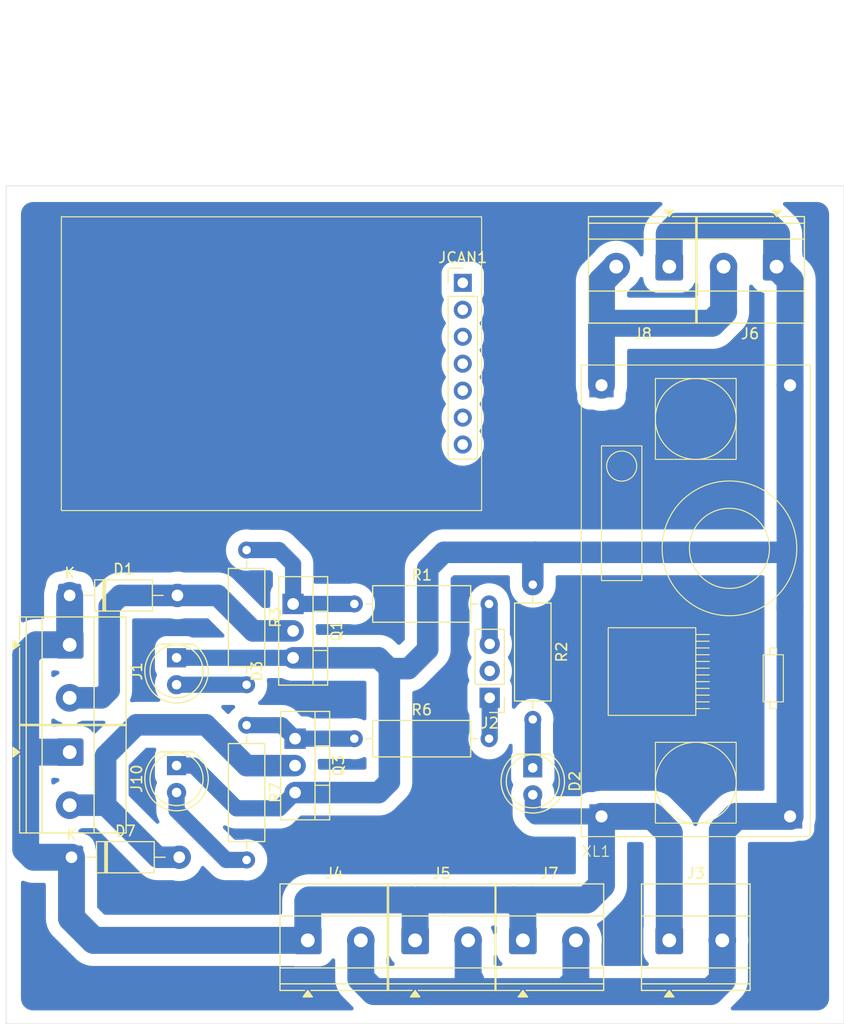
<source format=kicad_pcb>
(kicad_pcb (version 20241229) (generator "pcbnew") (generator_version "9.0")
  (layers (0 "F.Cu" signal) (2 "B.Cu" signal) (13 "F.Paste" user) (15 "B.Paste" user) (5 "F.SilkS" user "F.Silkscreen") (7 "B.SilkS" user "B.Silkscreen") (1 "F.Mask" user) (3 "B.Mask" user) (25 "Edge.Cuts" user))
  (net 0 "")
  (net 1 "/GP2")
  (net 2 "/GP9")
  (net 3 "/GND")
  (net 4 "/GP3")
  (net 5 "/3V3")
  (net 6 "/GP11")
  (net 7 "/GP10")
  (net 8 "/GP1")
  (net 9 "/GP25")
  (net 10 "/GP8")
  (net 11 "/12V")
  (net 12 "/5V_IN")
  (net 13 "Net-(D2-K)")
  (net 14 "Net-(D1-A)")
  (net 15 "Net-(D3-A)")
  (net 16 "Net-(D6-A)")
  (net 17 "Net-(D7-A)")
  (net 18 "Net-(Q1-G)")
  (net 19 "Net-(Q3-G)")
  (footprint "Resistor_THT:R_Axial_DIN0309_L9.0mm_D3.2mm_P12.70mm_Horizontal" (layer "F.Cu") (at 125.41525 107.736 -90)
    (property "Reference" "R7" (at 6.35 -2.72 90) (layer "F.SilkS"))
    (property "Value" "330")
    (fp_line (start 1.04 0) (end 1.73 0) (stroke (width 0.12)) (layer "F.SilkS"))
    (fp_line (start 11.66 0) (end 10.97 0) (stroke (width 0.12)) (layer "F.SilkS"))
    (fp_rect (start 1.73 -1.72) (end 10.97 1.72) (stroke (width 0.12)) (fill no) (layer "F.SilkS"))
    (pad "1" thru_hole circle (at 0 0 270) (size 1.6 1.6) (drill 0.8) (layers "*.Cu" "*.Mask") (net 19 "Net-(Q3-G)"))
    (pad "2" thru_hole circle (at 12.7 0 270) (size 1.6 1.6) (drill 0.8) (layers "*.Cu" "*.Mask") (net 16 "Net-(D6-A)"))
  )
  (footprint "Resistor_THT:R_Axial_DIN0309_L9.0mm_D3.2mm_P12.70mm_Horizontal" (layer "F.Cu") (at 152.4 94.488 -90)
    (property "Reference" "R2" (at 6.35 -2.72 90) (layer "F.SilkS"))
    (property "Value" "1K")
    (fp_line (start 1.04 0) (end 1.73 0) (stroke (width 0.12)) (layer "F.SilkS"))
    (fp_line (start 11.66 0) (end 10.97 0) (stroke (width 0.12)) (layer "F.SilkS"))
    (fp_rect (start 1.73 -1.72) (end 10.97 1.72) (stroke (width 0.12)) (fill no) (layer "F.SilkS"))
    (pad "1" thru_hole circle (at 0 0 270) (size 1.6 1.6) (drill 0.8) (layers "*.Cu" "*.Mask") (net 3 "/GND"))
    (pad "2" thru_hole circle (at 12.7 0 270) (size 1.6 1.6) (drill 0.8) (layers "*.Cu" "*.Mask") (net 13 "Net-(D2-K)"))
  )
  (footprint "LED_THT:LED_D5.0mm" (layer "F.Cu") (at 152.4 111.755 -90)
    (property "Reference" "D2" (at 1.27 -3.96 90) (layer "F.SilkS"))
    (property "Value" "LED")
    (fp_line (start -1.29 -1.545) (end -1.29 1.545) (stroke (width 0.12)) (layer "F.SilkS"))
    (fp_arc (start 4.26 0) (mid 2.071779 2.880495) (end -1.29 1.54483) (stroke (width 0.12)) (layer "F.SilkS"))
    (fp_arc (start -1.29 -1.54483) (mid 2.071779 -2.880495) (end 4.26 0) (stroke (width 0.12)) (layer "F.SilkS"))
    (fp_circle (center 1.27 0) (end 3.77 0) (stroke (width 0.12)) (fill no) (layer "F.SilkS"))
    (pad "1" thru_hole rect (at 0 0 270) (size 1.8 1.8) (drill 0.9) (layers "*.Cu" "*.Mask") (net 13 "Net-(D2-K)"))
    (pad "2" thru_hole circle (at 2.54 0 270) (size 1.8 1.8) (drill 0.9) (layers "*.Cu" "*.Mask") (net 11 "/12V"))
  )
  (footprint "Diode_THT:D_DO-41_SOD81_P10.16mm_Horizontal" (layer "F.Cu") (at 108.90525 120.182)
    (property "Reference" "D7" (at 5.08 -2.47 0) (layer "F.SilkS"))
    (property "Value" "1N4007")
    (fp_line (start 1.34 0) (end 2.36 0) (stroke (width 0.12)) (layer "F.SilkS"))
    (fp_line (start 3.14 -1.47) (end 3.14 1.47) (stroke (width 0.12)) (layer "F.SilkS"))
    (fp_line (start 3.26 -1.47) (end 3.26 1.47) (stroke (width 0.12)) (layer "F.SilkS"))
    (fp_line (start 3.38 -1.47) (end 3.38 1.47) (stroke (width 0.12)) (layer "F.SilkS"))
    (fp_line (start 8.82 0) (end 7.8 0) (stroke (width 0.12)) (layer "F.SilkS"))
    (fp_rect (start 2.36 -1.47) (end 7.8 1.47) (stroke (width 0.12)) (fill no) (layer "F.SilkS"))
    (fp_text user "K" (at 0 -2.1 0) (layer "F.SilkS"))
    (pad "1" thru_hole roundrect (at 0 0) (size 2.2 2.2) (drill 1.1) (layers "*.Cu" "*.Mask") (roundrect_rratio 0.113636) (net 11 "/12V"))
    (pad "2" thru_hole circle (at 10.16 0) (size 2.2 2.2) (drill 1.1) (layers "*.Cu" "*.Mask") (net 17 "Net-(D7-A)"))
  )
  (footprint "LED_THT:LED_D5.0mm" (layer "F.Cu") (at 118.81125 111.541 -90)
    (property "Reference" "D6" (hide yes))
    (property "Value" "LED")
    (fp_line (start -1.29 -1.545) (end -1.29 1.545) (stroke (width 0.12)) (layer "F.SilkS"))
    (fp_arc (start 4.26 0) (mid 2.071779 2.880495) (end -1.29 1.54483) (stroke (width 0.12)) (layer "F.SilkS"))
    (fp_arc (start -1.29 -1.54483) (mid 2.071779 -2.880495) (end 4.26 0) (stroke (width 0.12)) (layer "F.SilkS"))
    (fp_circle (center 1.27 0) (end 3.77 0) (stroke (width 0.12)) (fill no) (layer "F.SilkS"))
    (pad "1" thru_hole rect (at 0 0 270) (size 1.8 1.8) (drill 0.9) (layers "*.Cu" "*.Mask") (net 3 "/GND"))
    (pad "2" thru_hole circle (at 2.54 0 270) (size 1.8 1.8) (drill 0.9) (layers "*.Cu" "*.Mask") (net 16 "Net-(D6-A)"))
  )
  (footprint "TerminalBlock_Phoenix:TerminalBlock_Phoenix_MKDS-1,5-2_1x02_P5.00mm_Horizontal" (layer "F.Cu") (at 141.304 128.016)
    (property "Reference" "J5" (at 2.5 -6.32 0) (layer "F.SilkS"))
    (property "Value" "VPico")
    (fp_line (start -2.62 -5.32) (end -2.62 4.72) (stroke (width 0.12)) (layer "F.SilkS"))
    (fp_line (start -2.62 -5.32) (end 7.62 -5.32) (stroke (width 0.12)) (layer "F.SilkS"))
    (fp_line (start -2.62 -2.3) (end 7.62 -2.3) (stroke (width 0.12)) (layer "F.SilkS"))
    (fp_line (start -2.62 2.6) (end 7.62 2.6) (stroke (width 0.12)) (layer "F.SilkS"))
    (fp_line (start -2.62 4.1) (end 7.62 4.1) (stroke (width 0.12)) (layer "F.SilkS"))
    (fp_line (start -2.62 4.72) (end -0.3 4.72) (stroke (width 0.12)) (layer "F.SilkS"))
    (fp_line (start 0.3 4.72) (end 7.62 4.72) (stroke (width 0.12)) (layer "F.SilkS"))
    (fp_line (start 7.62 -5.32) (end 7.62 4.72) (stroke (width 0.12)) (layer "F.SilkS"))
    (fp_poly (pts (xy 0 4.72) (xy 0.44 5.33) (xy -0.44 5.33)) (stroke (width 0.12)) (fill yes) (layer "F.SilkS"))
    (pad "1" thru_hole roundrect (at 0 0) (size 2.6 2.6) (drill 1.3) (layers "*.Cu" "*.Mask") (roundrect_rratio 0.096154) (net 11 "/12V"))
    (pad "2" thru_hole circle (at 5 0) (size 2.6 2.6) (drill 1.3) (layers "*.Cu" "*.Mask") (net 3 "/GND"))
  )
  (footprint "TerminalBlock_Phoenix:TerminalBlock_Phoenix_MKDS-1,5-2_1x02_P5.00mm_Horizontal" (layer "F.Cu") (at 175.387 64.516 180)
    (property "Reference" "J6" (at 2.5 -6.32 0) (layer "F.SilkS"))
    (property "Value" "VIN")
    (fp_line (start 7.62 -5.32) (end 7.62 4.72) (stroke (width 0.12)) (layer "F.SilkS"))
    (fp_line (start 0.3 4.72) (end 7.62 4.72) (stroke (width 0.12)) (layer "F.SilkS"))
    (fp_line (start -2.62 4.72) (end -0.3 4.72) (stroke (width 0.12)) (layer "F.SilkS"))
    (fp_line (start -2.62 4.1) (end 7.62 4.1) (stroke (width 0.12)) (layer "F.SilkS"))
    (fp_line (start -2.62 2.6) (end 7.62 2.6) (stroke (width 0.12)) (layer "F.SilkS"))
    (fp_line (start -2.62 -2.3) (end 7.62 -2.3) (stroke (width 0.12)) (layer "F.SilkS"))
    (fp_line (start -2.62 -5.32) (end 7.62 -5.32) (stroke (width 0.12)) (layer "F.SilkS"))
    (fp_line (start -2.62 -5.32) (end -2.62 4.72) (stroke (width 0.12)) (layer "F.SilkS"))
    (fp_poly (pts (xy 0 4.72) (xy 0.44 5.33) (xy -0.44 5.33)) (stroke (width 0.12)) (fill yes) (layer "F.SilkS"))
    (pad "1" thru_hole roundrect (at 0 0 180) (size 2.6 2.6) (drill 1.3) (layers "*.Cu" "*.Mask") (roundrect_rratio 0.096154) (net 3 "/GND"))
    (pad "2" thru_hole circle (at 5 0 180) (size 2.6 2.6) (drill 1.3) (layers "*.Cu" "*.Mask") (net 12 "/5V_IN"))
  )
  (footprint "Package_TO_SOT_THT:TO-220-3_Vertical" (layer "F.Cu") (at 129.98725 109.006 -90)
    (property "Reference" "Q3" (at 2.54 -4.1 90) (layer "F.SilkS"))
    (property "Value" "IRLZ44N")
    (fp_line (start -2.57 1.36) (end 7.65 1.36) (stroke (width 0.12)) (layer "F.SilkS"))
    (fp_line (start -2.57 -1.88) (end 7.65 -1.88) (stroke (width 0.12)) (layer "F.SilkS"))
    (fp_line (start -2.57 -3.26) (end -2.57 1.36) (stroke (width 0.12)) (layer "F.SilkS"))
    (fp_line (start -2.57 -3.26) (end 7.65 -3.26) (stroke (width 0.12)) (layer "F.SilkS"))
    (fp_line (start 0.69 -3.26) (end 0.69 -1.88) (stroke (width 0.12)) (layer "F.SilkS"))
    (fp_line (start 4.39 -3.26) (end 4.39 -1.88) (stroke (width 0.12)) (layer "F.SilkS"))
    (fp_line (start 7.65 -3.26) (end 7.65 1.36) (stroke (width 0.12)) (layer "F.SilkS"))
    (pad "1" thru_hole rect (at 0 0 270) (size 1.905 2) (drill 1.1) (layers "*.Cu" "*.Mask") (net 19 "Net-(Q3-G)"))
    (pad "2" thru_hole oval (at 2.54 0 270) (size 1.905 2) (drill 1.1) (layers "*.Cu" "*.Mask") (net 17 "Net-(D7-A)"))
    (pad "3" thru_hole oval (at 5.08 0 270) (size 1.905 2) (drill 1.1) (layers "*.Cu" "*.Mask") (net 3 "/GND"))
  )
  (footprint "TerminalBlock_Phoenix:TerminalBlock_Phoenix_MKDS-1,5-2_1x02_P5.00mm_Horizontal" (layer "F.Cu") (at 151.464 128.016)
    (property "Reference" "J7" (at 2.5 -6.32 0) (layer "F.SilkS"))
    (property "Value" "VPico")
    (fp_line (start -2.62 -5.32) (end -2.62 4.72) (stroke (width 0.12)) (layer "F.SilkS"))
    (fp_line (start -2.62 -5.32) (end 7.62 -5.32) (stroke (width 0.12)) (layer "F.SilkS"))
    (fp_line (start -2.62 -2.3) (end 7.62 -2.3) (stroke (width 0.12)) (layer "F.SilkS"))
    (fp_line (start -2.62 2.6) (end 7.62 2.6) (stroke (width 0.12)) (layer "F.SilkS"))
    (fp_line (start -2.62 4.1) (end 7.62 4.1) (stroke (width 0.12)) (layer "F.SilkS"))
    (fp_line (start -2.62 4.72) (end -0.3 4.72) (stroke (width 0.12)) (layer "F.SilkS"))
    (fp_line (start 0.3 4.72) (end 7.62 4.72) (stroke (width 0.12)) (layer "F.SilkS"))
    (fp_line (start 7.62 -5.32) (end 7.62 4.72) (stroke (width 0.12)) (layer "F.SilkS"))
    (fp_poly (pts (xy 0 4.72) (xy 0.44 5.33) (xy -0.44 5.33)) (stroke (width 0.12)) (fill yes) (layer "F.SilkS"))
    (pad "1" thru_hole roundrect (at 0 0) (size 2.6 2.6) (drill 1.3) (layers "*.Cu" "*.Mask") (roundrect_rratio 0.096154) (net 11 "/12V"))
    (pad "2" thru_hole circle (at 5 0) (size 2.6 2.6) (drill 1.3) (layers "*.Cu" "*.Mask") (net 3 "/GND"))
  )
  (footprint "Diode_THT:D_DO-41_SOD81_P10.16mm_Horizontal" (layer "F.Cu") (at 108.73275 95.504)
    (property "Reference" "D1" (at 5.08 -2.47 0) (layer "F.SilkS"))
    (property "Value" "1N4007")
    (fp_line (start 1.34 0) (end 2.36 0) (stroke (width 0.12)) (layer "F.SilkS"))
    (fp_line (start 3.14 -1.47) (end 3.14 1.47) (stroke (width 0.12)) (layer "F.SilkS"))
    (fp_line (start 3.26 -1.47) (end 3.26 1.47) (stroke (width 0.12)) (layer "F.SilkS"))
    (fp_line (start 3.38 -1.47) (end 3.38 1.47) (stroke (width 0.12)) (layer "F.SilkS"))
    (fp_line (start 8.82 0) (end 7.8 0) (stroke (width 0.12)) (layer "F.SilkS"))
    (fp_rect (start 2.36 -1.47) (end 7.8 1.47) (stroke (width 0.12)) (fill no) (layer "F.SilkS"))
    (fp_text user "K" (at 0 -2.1 0) (layer "F.SilkS"))
    (pad "1" thru_hole roundrect (at 0 0) (size 2.2 2.2) (drill 1.1) (layers "*.Cu" "*.Mask") (roundrect_rratio 0.113636) (net 11 "/12V"))
    (pad "2" thru_hole circle (at 10.16 0) (size 2.2 2.2) (drill 1.1) (layers "*.Cu" "*.Mask") (net 14 "Net-(D1-A)"))
  )
  (footprint "TerminalBlock_Phoenix:TerminalBlock_Phoenix_MKDS-1,5-2_1x02_P5.00mm_Horizontal" (layer "F.Cu") (at 165.267 128.016)
    (property "Reference" "J3" (at 2.5 -6.32 0) (layer "F.SilkS"))
    (property "Value" "VIN")
    (fp_line (start -2.62 -5.32) (end -2.62 4.72) (stroke (width 0.12)) (layer "F.SilkS"))
    (fp_line (start -2.62 -5.32) (end 7.62 -5.32) (stroke (width 0.12)) (layer "F.SilkS"))
    (fp_line (start -2.62 -2.3) (end 7.62 -2.3) (stroke (width 0.12)) (layer "F.SilkS"))
    (fp_line (start -2.62 2.6) (end 7.62 2.6) (stroke (width 0.12)) (layer "F.SilkS"))
    (fp_line (start -2.62 4.1) (end 7.62 4.1) (stroke (width 0.12)) (layer "F.SilkS"))
    (fp_line (start -2.62 4.72) (end -0.3 4.72) (stroke (width 0.12)) (layer "F.SilkS"))
    (fp_line (start 0.3 4.72) (end 7.62 4.72) (stroke (width 0.12)) (layer "F.SilkS"))
    (fp_line (start 7.62 -5.32) (end 7.62 4.72) (stroke (width 0.12)) (layer "F.SilkS"))
    (fp_poly (pts (xy 0 4.72) (xy 0.44 5.33) (xy -0.44 5.33)) (stroke (width 0.12)) (fill yes) (layer "F.SilkS"))
    (pad "1" thru_hole roundrect (at 0 0) (size 2.6 2.6) (drill 1.3) (layers "*.Cu" "*.Mask") (roundrect_rratio 0.096154) (net 11 "/12V"))
    (pad "2" thru_hole circle (at 5 0) (size 2.6 2.6) (drill 1.3) (layers "*.Cu" "*.Mask") (net 3 "/GND"))
  )
  (footprint "TerminalBlock_Phoenix:TerminalBlock_Phoenix_MKDS-1,5-2_1x02_P5.00mm_Horizontal" (layer "F.Cu") (at 108.73275 110.276 -90)
    (property "Reference" "J10" (at 2.5 -6.32 90) (layer "F.SilkS"))
    (property "Value" "Mosfet")
    (fp_line (start -2.62 4.72) (end -0.3 4.72) (stroke (width 0.12)) (layer "F.SilkS"))
    (fp_line (start 0.3 4.72) (end 7.62 4.72) (stroke (width 0.12)) (layer "F.SilkS"))
    (fp_line (start -2.62 4.1) (end 7.62 4.1) (stroke (width 0.12)) (layer "F.SilkS"))
    (fp_line (start -2.62 2.6) (end 7.62 2.6) (stroke (width 0.12)) (layer "F.SilkS"))
    (fp_line (start -2.62 -2.3) (end 7.62 -2.3) (stroke (width 0.12)) (layer "F.SilkS"))
    (fp_line (start -2.62 -5.32) (end -2.62 4.72) (stroke (width 0.12)) (layer "F.SilkS"))
    (fp_line (start -2.62 -5.32) (end 7.62 -5.32) (stroke (width 0.12)) (layer "F.SilkS"))
    (fp_line (start 7.62 -5.32) (end 7.62 4.72) (stroke (width 0.12)) (layer "F.SilkS"))
    (fp_poly (pts (xy 0 4.72) (xy 0.44 5.33) (xy -0.44 5.33)) (stroke (width 0.12)) (fill yes) (layer "F.SilkS"))
    (pad "1" thru_hole roundrect (at 0 0 270) (size 2.6 2.6) (drill 1.3) (layers "*.Cu" "*.Mask") (roundrect_rratio 0.096154) (net 11 "/12V"))
    (pad "2" thru_hole circle (at 5 0 270) (size 2.6 2.6) (drill 1.3) (layers "*.Cu" "*.Mask") (net 17 "Net-(D7-A)"))
  )
  (footprint "TerminalBlock_Phoenix:TerminalBlock_Phoenix_MKDS-1,5-2_1x02_P5.00mm_Horizontal" (layer "F.Cu") (at 131.184 128.016)
    (property "Reference" "J4" (at 2.5 -6.32 0) (layer "F.SilkS"))
    (property "Value" "VPico")
    (fp_line (start -2.62 -5.32) (end -2.62 4.72) (stroke (width 0.12)) (layer "F.SilkS"))
    (fp_line (start -2.62 -5.32) (end 7.62 -5.32) (stroke (width 0.12)) (layer "F.SilkS"))
    (fp_line (start -2.62 -2.3) (end 7.62 -2.3) (stroke (width 0.12)) (layer "F.SilkS"))
    (fp_line (start -2.62 2.6) (end 7.62 2.6) (stroke (width 0.12)) (layer "F.SilkS"))
    (fp_line (start -2.62 4.1) (end 7.62 4.1) (stroke (width 0.12)) (layer "F.SilkS"))
    (fp_line (start -2.62 4.72) (end -0.3 4.72) (stroke (width 0.12)) (layer "F.SilkS"))
    (fp_line (start 0.3 4.72) (end 7.62 4.72) (stroke (width 0.12)) (layer "F.SilkS"))
    (fp_line (start 7.62 -5.32) (end 7.62 4.72) (stroke (width 0.12)) (layer "F.SilkS"))
    (fp_poly (pts (xy 0 4.72) (xy 0.44 5.33) (xy -0.44 5.33)) (stroke (width 0.12)) (fill yes) (layer "F.SilkS"))
    (pad "1" thru_hole roundrect (at 0 0) (size 2.6 2.6) (drill 1.3) (layers "*.Cu" "*.Mask") (roundrect_rratio 0.096154) (net 11 "/12V"))
    (pad "2" thru_hole circle (at 5 0) (size 2.6 2.6) (drill 1.3) (layers "*.Cu" "*.Mask") (net 3 "/GND"))
  )
  (footprint "Resistor_THT:R_Axial_DIN0309_L9.0mm_D3.2mm_P12.70mm_Horizontal" (layer "F.Cu") (at 125.41525 91.226 -90)
    (property "Reference" "R3" (at 6.35 -2.72 90) (layer "F.SilkS"))
    (property "Value" "330")
    (fp_line (start 1.04 0) (end 1.73 0) (stroke (width 0.12)) (layer "F.SilkS"))
    (fp_line (start 11.66 0) (end 10.97 0) (stroke (width 0.12)) (layer "F.SilkS"))
    (fp_rect (start 1.73 -1.72) (end 10.97 1.72) (stroke (width 0.12)) (fill no) (layer "F.SilkS"))
    (pad "1" thru_hole circle (at 0 0 270) (size 1.6 1.6) (drill 0.8) (layers "*.Cu" "*.Mask") (net 18 "Net-(Q1-G)"))
    (pad "2" thru_hole circle (at 12.7 0 270) (size 1.6 1.6) (drill 0.8) (layers "*.Cu" "*.Mask") (net 15 "Net-(D3-A)"))
  )
  (footprint "Resistor_THT:R_Axial_DIN0309_L9.0mm_D3.2mm_P12.70mm_Horizontal" (layer "F.Cu") (at 135.57525 96.306)
    (property "Reference" "R1" (at 6.35 -2.72 0) (layer "F.SilkS"))
    (property "Value" "1K")
    (fp_line (start 1.04 0) (end 1.73 0) (stroke (width 0.12)) (layer "F.SilkS"))
    (fp_line (start 11.66 0) (end 10.97 0) (stroke (width 0.12)) (layer "F.SilkS"))
    (fp_rect (start 1.73 -1.72) (end 10.97 1.72) (stroke (width 0.12)) (fill no) (layer "F.SilkS"))
    (pad "1" thru_hole circle (at 0 0) (size 1.6 1.6) (drill 0.8) (layers "*.Cu" "*.Mask") (net 18 "Net-(Q1-G)"))
    (pad "2" thru_hole circle (at 12.7 0) (size 1.6 1.6) (drill 0.8) (layers "*.Cu" "*.Mask") (net 8 "/GP1"))
  )
  (footprint "Package_TO_SOT_THT:TO-220-3_Vertical" (layer "F.Cu") (at 129.79925 96.306 -90)
    (property "Reference" "Q1" (at 2.54 -4.1 90) (layer "F.SilkS"))
    (property "Value" "IRLZ44N")
    (fp_line (start -2.57 1.36) (end 7.65 1.36) (stroke (width 0.12)) (layer "F.SilkS"))
    (fp_line (start -2.57 -1.88) (end 7.65 -1.88) (stroke (width 0.12)) (layer "F.SilkS"))
    (fp_line (start -2.57 -3.26) (end -2.57 1.36) (stroke (width 0.12)) (layer "F.SilkS"))
    (fp_line (start -2.57 -3.26) (end 7.65 -3.26) (stroke (width 0.12)) (layer "F.SilkS"))
    (fp_line (start 0.69 -3.26) (end 0.69 -1.88) (stroke (width 0.12)) (layer "F.SilkS"))
    (fp_line (start 4.39 -3.26) (end 4.39 -1.88) (stroke (width 0.12)) (layer "F.SilkS"))
    (fp_line (start 7.65 -3.26) (end 7.65 1.36) (stroke (width 0.12)) (layer "F.SilkS"))
    (pad "1" thru_hole rect (at 0 0 270) (size 1.905 2) (drill 1.1) (layers "*.Cu" "*.Mask") (net 18 "Net-(Q1-G)"))
    (pad "2" thru_hole oval (at 2.54 0 270) (size 1.905 2) (drill 1.1) (layers "*.Cu" "*.Mask") (net 14 "Net-(D1-A)"))
    (pad "3" thru_hole oval (at 5.08 0 270) (size 1.905 2) (drill 1.1) (layers "*.Cu" "*.Mask") (net 3 "/GND"))
  )
  (footprint "Connector_PinHeader_2.54mm:PinHeader_1x07_P2.54mm_Vertical" (layer "F.Cu") (at 145.796 66.04)
    (property "Reference" "JCAN1" (at 0 -2.38 0) (layer "F.SilkS"))
    (property "Value" "CAN_BUS")
    (fp_line (start -1.38 -1.38) (end 0 -1.38) (stroke (width 0.12)) (layer "F.SilkS"))
    (fp_line (start -1.38 0) (end -1.38 -1.38) (stroke (width 0.12)) (layer "F.SilkS"))
    (fp_line (start -1.38 1.27) (end -1.38 16.62) (stroke (width 0.12)) (layer "F.SilkS"))
    (fp_line (start -1.38 1.27) (end 1.38 1.27) (stroke (width 0.12)) (layer "F.SilkS"))
    (fp_line (start -1.38 16.62) (end 1.38 16.62) (stroke (width 0.12)) (layer "F.SilkS"))
    (fp_line (start 1.38 1.27) (end 1.38 16.62) (stroke (width 0.12)) (layer "F.SilkS"))
    (pad "1" thru_hole rect (at 0 0) (size 1.7 1.7) (drill 1) (layers "*.Cu" "*.Mask") (net 9 "/GP25"))
    (pad "2" thru_hole circle (at 0 2.54) (size 1.7 1.7) (drill 1) (layers "*.Cu" "*.Mask") (net 6 "/GP11"))
    (pad "3" thru_hole circle (at 0 5.08) (size 1.7 1.7) (drill 1) (layers "*.Cu" "*.Mask") (net 7 "/GP10"))
    (pad "4" thru_hole circle (at 0 7.62) (size 1.7 1.7) (drill 1) (layers "*.Cu" "*.Mask") (net 2 "/GP9"))
    (pad "5" thru_hole circle (at 0 10.16) (size 1.7 1.7) (drill 1) (layers "*.Cu" "*.Mask") (net 10 "/GP8"))
    (pad "6" thru_hole circle (at 0 12.7) (size 1.7 1.7) (drill 1) (layers "*.Cu" "*.Mask") (net 3 "/GND"))
    (pad "7" thru_hole circle (at 0 15.24) (size 1.7 1.7) (drill 1) (layers "*.Cu" "*.Mask") (net 5 "/3V3"))
  )
  (footprint "Resistor_THT:R_Axial_DIN0309_L9.0mm_D3.2mm_P12.70mm_Horizontal" (layer "F.Cu") (at 135.57525 109.006)
    (property "Reference" "R6" (at 6.35 -2.72 0) (layer "F.SilkS"))
    (property "Value" "1K")
    (fp_line (start 1.04 0) (end 1.73 0) (stroke (width 0.12)) (layer "F.SilkS"))
    (fp_line (start 11.66 0) (end 10.97 0) (stroke (width 0.12)) (layer "F.SilkS"))
    (fp_rect (start 1.73 -1.72) (end 10.97 1.72) (stroke (width 0.12)) (fill no) (layer "F.SilkS"))
    (pad "1" thru_hole circle (at 0 0) (size 1.6 1.6) (drill 0.8) (layers "*.Cu" "*.Mask") (net 19 "Net-(Q3-G)"))
    (pad "2" thru_hole circle (at 12.7 0) (size 1.6 1.6) (drill 0.8) (layers "*.Cu" "*.Mask") (net 4 "/GP3"))
  )
  (footprint "Custom_footprints:XL4005 footprint" (layer "F.Cu") (at 157.607 117.602 90)
    (property "Reference" "XL1" (at -2.032 0.762 0) (layer "F.SilkS") (effects (font (thickness 0.1))))
    (property "Value" "XL4005")
    (fp_line (start 18.415 10.16) (end 18.415 11.43) (stroke (width 0.1)) (layer "F.SilkS"))
    (fp_line (start 17.78 10.16) (end 17.78 11.43) (stroke (width 0.1)) (layer "F.SilkS"))
    (fp_line (start 17.145 10.16) (end 17.145 11.43) (stroke (width 0.1)) (layer "F.SilkS"))
    (fp_line (start 16.51 10.16) (end 16.51 11.43) (stroke (width 0.1)) (layer "F.SilkS"))
    (fp_line (start 15.875 10.16) (end 15.875 11.43) (stroke (width 0.1)) (layer "F.SilkS"))
    (fp_line (start 15.24 10.16) (end 15.24 11.43) (stroke (width 0.1)) (layer "F.SilkS"))
    (fp_line (start 14.605 10.16) (end 14.605 11.43) (stroke (width 0.1)) (layer "F.SilkS"))
    (fp_line (start 13.97 10.16) (end 13.97 11.43) (stroke (width 0.1)) (layer "F.SilkS"))
    (fp_line (start 13.335 10.16) (end 13.335 11.43) (stroke (width 0.1)) (layer "F.SilkS"))
    (fp_line (start 12.7 10.16) (end 12.7 11.43) (stroke (width 0.1)) (layer "F.SilkS"))
    (fp_line (start 12.065 10.16) (end 12.065 11.43) (stroke (width 0.1)) (layer "F.SilkS"))
    (fp_line (start 11.43 10.16) (end 11.43 11.43) (stroke (width 0.1)) (layer "F.SilkS"))
    (fp_rect (start -0.635 -0.635) (end 43.815 20.955) (stroke (width 0.1)) (fill no) (layer "F.SilkS"))
    (fp_rect (start 23.495 1.27) (end 36.195 5.08) (stroke (width 0.1)) (fill no) (layer "F.SilkS"))
    (fp_rect (start 10.795 1.905) (end 19.05 10.16) (stroke (width 0.1)) (fill no) (layer "F.SilkS"))
    (fp_rect (start 34.925 6.35) (end 42.545 13.97) (stroke (width 0.1)) (fill no) (layer "F.SilkS"))
    (fp_rect (start 0.635 6.35) (end 8.255 13.97) (stroke (width 0.1)) (fill no) (layer "F.SilkS"))
    (fp_rect (start 12.065 16.51) (end 16.51 18.415) (stroke (width 0.1)) (fill no) (layer "F.SilkS"))
    (fp_rect (start 16.51 17.145) (end 17.145 17.78) (stroke (width 0.1)) (fill no) (layer "F.SilkS"))
    (fp_rect (start 11.43 17.145) (end 12.065 17.78) (stroke (width 0.1)) (fill no) (layer "F.SilkS"))
    (fp_circle (center 34.29 3.175) (end 33.655 1.905) (stroke (width 0.1)) (fill no) (layer "F.SilkS"))
    (fp_circle (center 38.735 10.16) (end 38.735 6.35) (stroke (width 0.1)) (fill no) (layer "F.SilkS"))
    (fp_circle (center 4.445 10.16) (end 4.445 6.35) (stroke (width 0.1)) (fill no) (layer "F.SilkS"))
    (fp_circle (center 26.53595 13.335) (end 26.53595 6.985) (stroke (width 0.1)) (fill no) (layer "F.SilkS"))
    (fp_circle (center 26.53595 13.335) (end 28.575 10.16) (stroke (width 0.1)) (fill no) (layer "F.SilkS"))
    (pad "0" thru_hole rect (at 1.27 1.27 90) (size 2.286 2.286) (drill 1.143) (layers "*.Cu" "*.Mask") (net 11 "/12V"))
    (pad "1" thru_hole rect (at 1.27 19.05 90) (size 2.286 2.286) (drill 1.143) (layers "*.Cu" "*.Mask") (net 3 "/GND"))
    (pad "2" thru_hole rect (at 41.91 1.27 90) (size 2.286 2.286) (drill 1.143) (layers "*.Cu" "*.Mask") (net 12 "/5V_IN"))
    (pad "3" thru_hole rect (at 41.91 19.05 90) (size 2.286 2.286) (drill 1.143) (layers "*.Cu" "*.Mask") (net 3 "/GND"))
  )
  (footprint "TerminalBlock_Phoenix:TerminalBlock_Phoenix_MKDS-1,5-2_1x02_P5.00mm_Horizontal" (layer "F.Cu") (at 165.267 64.516 180)
    (property "Reference" "J8" (at 2.5 -6.32 0) (layer "F.SilkS"))
    (property "Value" "VIN")
    (fp_line (start 7.62 -5.32) (end 7.62 4.72) (stroke (width 0.12)) (layer "F.SilkS"))
    (fp_line (start 0.3 4.72) (end 7.62 4.72) (stroke (width 0.12)) (layer "F.SilkS"))
    (fp_line (start -2.62 4.72) (end -0.3 4.72) (stroke (width 0.12)) (layer "F.SilkS"))
    (fp_line (start -2.62 4.1) (end 7.62 4.1) (stroke (width 0.12)) (layer "F.SilkS"))
    (fp_line (start -2.62 2.6) (end 7.62 2.6) (stroke (width 0.12)) (layer "F.SilkS"))
    (fp_line (start -2.62 -2.3) (end 7.62 -2.3) (stroke (width 0.12)) (layer "F.SilkS"))
    (fp_line (start -2.62 -5.32) (end 7.62 -5.32) (stroke (width 0.12)) (layer "F.SilkS"))
    (fp_line (start -2.62 -5.32) (end -2.62 4.72) (stroke (width 0.12)) (layer "F.SilkS"))
    (fp_poly (pts (xy 0 4.72) (xy 0.44 5.33) (xy -0.44 5.33)) (stroke (width 0.12)) (fill yes) (layer "F.SilkS"))
    (pad "1" thru_hole roundrect (at 0 0 180) (size 2.6 2.6) (drill 1.3) (layers "*.Cu" "*.Mask") (roundrect_rratio 0.096154) (net 3 "/GND"))
    (pad "2" thru_hole circle (at 5 0 180) (size 2.6 2.6) (drill 1.3) (layers "*.Cu" "*.Mask") (net 12 "/5V_IN"))
  )
  (footprint "LED_THT:LED_D5.0mm" (layer "F.Cu") (at 118.81125 101.381 -90)
    (property "Reference" "D3" (at 1.27 -7.582 90) (layer "F.SilkS"))
    (property "Value" "LED")
    (fp_line (start -1.29 -1.545) (end -1.29 1.545) (stroke (width 0.12)) (layer "F.SilkS"))
    (fp_arc (start 4.26 0) (mid 2.071779 2.880495) (end -1.29 1.54483) (stroke (width 0.12)) (layer "F.SilkS"))
    (fp_arc (start -1.29 -1.54483) (mid 2.071779 -2.880495) (end 4.26 0) (stroke (width 0.12)) (layer "F.SilkS"))
    (fp_circle (center 1.27 0) (end 3.77 0) (stroke (width 0.12)) (fill no) (layer "F.SilkS"))
    (pad "1" thru_hole rect (at 0 0 270) (size 1.8 1.8) (drill 0.9) (layers "*.Cu" "*.Mask") (net 3 "/GND"))
    (pad "2" thru_hole circle (at 2.54 0 270) (size 1.8 1.8) (drill 0.9) (layers "*.Cu" "*.Mask") (net 15 "Net-(D3-A)"))
  )
  (footprint "TerminalBlock_Phoenix:TerminalBlock_Phoenix_MKDS-1,5-2_1x02_P5.00mm_Horizontal" (layer "F.Cu") (at 108.73275 100.156 -90)
    (property "Reference" "J1" (at 2.5 -6.32 90) (layer "F.SilkS"))
    (property "Value" "Mosfet")
    (fp_line (start -2.62 4.72) (end -0.3 4.72) (stroke (width 0.12)) (layer "F.SilkS"))
    (fp_line (start 0.3 4.72) (end 7.62 4.72) (stroke (width 0.12)) (layer "F.SilkS"))
    (fp_line (start -2.62 4.1) (end 7.62 4.1) (stroke (width 0.12)) (layer "F.SilkS"))
    (fp_line (start -2.62 2.6) (end 7.62 2.6) (stroke (width 0.12)) (layer "F.SilkS"))
    (fp_line (start -2.62 -2.3) (end 7.62 -2.3) (stroke (width 0.12)) (layer "F.SilkS"))
    (fp_line (start -2.62 -5.32) (end -2.62 4.72) (stroke (width 0.12)) (layer "F.SilkS"))
    (fp_line (start -2.62 -5.32) (end 7.62 -5.32) (stroke (width 0.12)) (layer "F.SilkS"))
    (fp_line (start 7.62 -5.32) (end 7.62 4.72) (stroke (width 0.12)) (layer "F.SilkS"))
    (fp_poly (pts (xy 0 4.72) (xy 0.44 5.33) (xy -0.44 5.33)) (stroke (width 0.12)) (fill yes) (layer "F.SilkS"))
    (pad "1" thru_hole roundrect (at 0 0 270) (size 2.6 2.6) (drill 1.3) (layers "*.Cu" "*.Mask") (roundrect_rratio 0.096154) (net 11 "/12V"))
    (pad "2" thru_hole circle (at 5 0 270) (size 2.6 2.6) (drill 1.3) (layers "*.Cu" "*.Mask") (net 14 "Net-(D1-A)"))
  )
  (footprint "Connector_PinHeader_2.54mm:PinHeader_1x03_P2.54mm_Vertical" (layer "F.Cu") (at 148.336 105.156 180)
    (property "Reference" "J2" (at 0 -2.38 0) (layer "F.SilkS"))
    (property "Value" "Conn_01x03")
    (fp_line (start 1.38 1.27) (end 1.38 6.46) (stroke (width 0.12)) (layer "F.SilkS"))
    (fp_line (start -1.38 6.46) (end 1.38 6.46) (stroke (width 0.12)) (layer "F.SilkS"))
    (fp_line (start -1.38 1.27) (end 1.38 1.27) (stroke (width 0.12)) (layer "F.SilkS"))
    (fp_line (start -1.38 1.27) (end -1.38 6.46) (stroke (width 0.12)) (layer "F.SilkS"))
    (fp_line (start -1.38 0) (end -1.38 -1.38) (stroke (width 0.12)) (layer "F.SilkS"))
    (fp_line (start -1.38 -1.38) (end 0 -1.38) (stroke (width 0.12)) (layer "F.SilkS"))
    (pad "1" thru_hole rect (at 0 0 180) (size 1.905 1.905) (drill 1) (layers "*.Cu" "*.Mask") (net 4 "/GP3"))
    (pad "2" thru_hole circle (at 0 2.54 180) (size 1.905 1.905) (drill 1) (layers "*.Cu" "*.Mask") (net 1 "/GP2"))
    (pad "3" thru_hole circle (at 0 5.08 180) (size 1.905 1.905) (drill 1) (layers "*.Cu" "*.Mask") (net 8 "/GP1"))
  )
  (gr_rect (start 107.95 87.503) (end 147.574 59.817) (stroke (width 0.1)) (fill no) (layer "F.SilkS"))
  (gr_rect (start 102.743 56.896) (end 181.737 135.89) (stroke (width 0.05)) (fill no) (layer "Edge.Cuts"))
  (segment (start 126.43125 101.386) (end 129.79925 101.386) (width 1.524) (layer "B.Cu") (net 3))
  (segment (start 165.267 64.516) (end 165.267 61.428) (width 2.54) (layer "B.Cu") (net 3))
  (segment (start 174.625 60.706) (end 175.387 61.468) (width 2.54) (layer "B.Cu") (net 3))
  (segment (start 142.494 92.964) (end 144.018 91.44) (width 2.032) (layer "B.Cu") (net 3))
  (segment (start 152.4 91.694) (end 152.654 91.44) (width 2.032) (layer "B.Cu") (net 3))
  (segment (start 175.387 61.468) (end 175.387 64.516) (width 2.54) (layer "B.Cu") (net 3))
  (segment (start 126.42625 101.381) (end 126.43125 101.386) (width 1.524) (layer "B.Cu") (net 3))
  (segment (start 144.018 91.44) (end 152.654 91.44) (width 2.032) (layer "B.Cu") (net 3))
  (segment (start 136.184 131.612) (end 136.184 128.016) (width 2.54) (layer "B.Cu") (net 3))
  (segment (start 146.558 131.826) (end 146.304 131.572) (width 2.54) (layer "B.Cu") (net 3))
  (segment (start 136.398 131.826) (end 137.414 132.842) (width 2.54) (layer "B.Cu") (net 3))
  (segment (start 176.657 75.692) (end 176.657 91.186) (width 2.54) (layer "B.Cu") (net 3))
  (segment (start 138.87725 102.402) (end 137.86125 101.386) (width 2.032) (layer "B.Cu") (net 3))
  (segment (start 152.4 94.488) (end 152.4 91.694) (width 2.032) (layer "B.Cu") (net 3))
  (segment (start 176.657 96.52) (end 176.657 116.332) (width 2.54) (layer "B.Cu") (net 3))
  (segment (start 145.542 132.842) (end 146.558 131.826) (width 2.54) (layer "B.Cu") (net 3))
  (segment (start 138.87725 102.402) (end 140.676 102.402) (width 2.032) (layer "B.Cu") (net 3))
  (segment (start 118.81125 101.381) (end 126.42625 101.381) (width 1.524) (layer "B.Cu") (net 3))
  (segment (start 155.448 132.842) (end 169.164 132.842) (width 2.54) (layer "B.Cu") (net 3))
  (segment (start 118.81125 111.541) (end 120.431 111.541) (width 1.524) (layer "B.Cu") (net 3))
  (segment (start 129.98725 114.086) (end 137.86125 114.086) (width 2.032) (layer "B.Cu") (net 3))
  (segment (start 146.304 131.572) (end 146.304 128.016) (width 2.54) (layer "B.Cu") (net 3))
  (segment (start 137.86125 114.086) (end 138.87725 113.07) (width 2.032) (layer "B.Cu") (net 3))
  (segment (start 170.267 131.739) (end 170.267 128.016) (width 2.54) (layer "B.Cu") (net 3))
  (segment (start 176.657 65.786) (end 175.387 64.516) (width 2.54) (layer "B.Cu") (net 3))
  (segment (start 156.464 131.826) (end 156.464 128.016) (width 2.54) (layer "B.Cu") (net 3))
  (segment (start 140.676 102.402) (end 142.494 100.584) (width 2.032) (layer "B.Cu") (net 3))
  (segment (start 165.989 60.706) (end 174.625 60.706) (width 2.54) (layer "B.Cu") (net 3))
  (segment (start 155.448 132.842) (end 156.464 131.826) (width 2.54) (layer "B.Cu") (net 3))
  (segment (start 145.542 132.842) (end 155.448 132.842) (width 2.54) (layer "B.Cu") (net 3))
  (segment (start 169.164 132.842) (end 170.267 131.739) (width 2.54) (layer "B.Cu") (net 3))
  (segment (start 137.86125 101.386) (end 129.79925 101.386) (width 2.032) (layer "B.Cu") (net 3))
  (segment (start 138.87725 113.07) (end 138.87725 102.402) (width 2.032) (layer "B.Cu") (net 3))
  (segment (start 128.50325 115.57) (end 129.98725 114.086) (width 1.524) (layer "B.Cu") (net 3))
  (segment (start 170.267 117.642) (end 170.267 128.016) (width 2.54) (layer "B.Cu") (net 3))
  (segment (start 136.398 131.826) (end 136.184 131.612) (width 2.54) (layer "B.Cu") (net 3))
  (segment (start 176.657 91.186) (end 176.657 96.52) (width 2.54) (layer "B.Cu") (net 3))
  (segment (start 170.267 117.642) (end 171.577 116.332) (width 2.54) (layer "B.Cu") (net 3))
  (segment (start 142.494 100.584) (end 142.494 92.964) (width 2.032) (layer "B.Cu") (net 3))
  (segment (start 171.577 116.332) (end 176.657 116.332) (width 2.54) (layer "B.Cu") (net 3))
  (segment (start 165.267 61.428) (end 165.989 60.706) (width 2.54) (layer "B.Cu") (net 3))
  (segment (start 137.414 132.842) (end 145.542 132.842) (width 2.54) (layer "B.Cu") (net 3))
  (segment (start 120.431 111.541) (end 124.46 115.57) (width 1.524) (layer "B.Cu") (net 3))
  (segment (start 124.46 115.57) (end 128.50325 115.57) (width 1.524) (layer "B.Cu") (net 3))
  (segment (start 152.654 91.44) (end 176.403 91.44) (width 2.032) (layer "B.Cu") (net 3))
  (segment (start 176.657 75.692) (end 176.657 65.786) (width 2.54) (layer "B.Cu") (net 3))
  (segment (start 176.403 91.44) (end 176.657 91.186) (width 2.032) (layer "B.Cu") (net 3))
  (segment (start 176.403 96.774) (end 176.657 96.52) (width 2.032) (layer "B.Cu") (net 3))
  (segment (start 148.336 105.156) (end 148.336 108.94525) (width 1.524) (layer "B.Cu") (net 4))
  (segment (start 148.336 108.94525) (end 148.27525 109.006) (width 1.524) (layer "B.Cu") (net 4))
  (segment (start 148.336 96.36675) (end 148.27525 96.306) (width 1.524) (layer "B.Cu") (net 8))
  (segment (start 148.336 100.076) (end 148.336 96.36675) (width 1.524) (layer "B.Cu") (net 8))
  (segment (start 108.73275 95.504) (end 108.73275 100.156) (width 2.54) (layer "B.Cu") (net 11))
  (segment (start 141.304 124.46) (end 141.304 128.016) (width 2.54) (layer "B.Cu") (net 11))
  (segment (start 105.34925 120.182) (end 108.90525 120.182) (width 2.54) (layer "B.Cu") (net 11))
  (segment (start 131.318 124.206) (end 141.05 124.206) (width 2.54) (layer "B.Cu") (net 11))
  (segment (start 158.877 116.332) (end 163.703 116.332) (width 2.54) (layer "B.Cu") (net 11))
  (segment (start 158.877 122.809) (end 157.48 124.206) (width 2.54) (layer "B.Cu") (net 11))
  (segment (start 108.73275 100.156) (end 105.56325 100.156) (width 2.54) (layer "B.Cu") (net 11))
  (segment (start 152.4 116.078) (end 152.654 116.332) (width 1.524) (layer "B.Cu") (net 11))
  (segment (start 152.4 124.206) (end 150.622 124.206) (width 2.54) (layer "B.Cu") (net 11))
  (segment (start 131.184 128.016) (end 131.184 124.34) (width 2.54) (layer "B.Cu") (net 11))
  (segment (start 165.267 128.016) (end 165.267 117.896) (width 2.54) (layer "B.Cu") (net 11))
  (segment (start 151.464 125.048) (end 151.464 128.016) (width 2.54) (layer "B.Cu") (net 11))
  (segment (start 157.48 124.206) (end 152.4 124.206) (width 2.54) (layer "B.Cu") (net 11))
  (segment (start 150.622 124.206) (end 151.464 125.048) (width 2.54) (layer "B.Cu") (net 11))
  (segment (start 141.05 124.206) (end 141.304 124.46) (width 2.54) (layer "B.Cu") (net 11))
  (segment (start 141.558 124.206) (end 144.018 124.206) (width 2.54) (layer "B.Cu") (net 11))
  (segment (start 144.018 124.206) (end 150.622 124.206) (width 2.54) (layer "B.Cu") (net 11))
  (segment (start 152.4 114.295) (end 152.4 116.078) (width 1.524) (layer "B.Cu") (net 11))
  (segment (start 108.90525 125.92325) (end 110.998 128.016) (width 2.54) (layer "B.Cu") (net 11))
  (segment (start 104.58725 119.42) (end 105.34925 120.182) (width 2.54) (layer "B.Cu") (net 11))
  (segment (start 131.184 124.34) (end 131.318 124.206) (width 2.54) (layer "B.Cu") (net 11))
  (segment (start 141.304 124.46) (end 141.558 124.206) (width 2.54) (layer "B.Cu") (net 11))
  (segment (start 104.58725 109.514) (end 105.34925 110.276) (width 2.54) (layer "B.Cu") (net 11))
  (segment (start 104.58725 101.132) (end 104.58725 109.514) (width 2.54) (layer "B.Cu") (net 11))
  (segment (start 110.998 128.016) (end 131.184 128.016) (width 2.54) (layer "B.Cu") (net 11))
  (segment (start 105.34925 110.276) (end 108.73275 110.276) (width 2.54) (layer "B.Cu") (net 11))
  (segment (start 108.90525 120.182) (end 108.90525 125.92325) (width 2.54) (layer "B.Cu") (net 11))
  (segment (start 104.58725 109.514) (end 104.58725 119.42) (width 2.54) (layer "B.Cu") (net 11))
  (segment (start 158.877 116.332) (end 158.877 122.809) (width 2.54) (layer "B.Cu") (net 11))
  (segment (start 105.56325 100.156) (end 104.58725 101.132) (width 2.54) (layer "B.Cu") (net 11))
  (segment (start 152.654 116.332) (end 158.877 116.332) (width 1.524) (layer "B.Cu") (net 11))
  (segment (start 163.703 116.332) (end 165.267 117.896) (width 2.54) (layer "B.Cu") (net 11))
  (segment (start 158.877 75.692) (end 158.877 69.85) (width 2.54) (layer "B.Cu") (net 12))
  (segment (start 158.877 65.906) (end 160.267 64.516) (width 2.54) (layer "B.Cu") (net 12))
  (segment (start 170.387 64.516) (end 170.387 68.754) (width 2.54) (layer "B.Cu") (net 12))
  (segment (start 169.291 69.85) (end 158.877 69.85) (width 2.54) (layer "B.Cu") (net 12))
  (segment (start 170.387 68.754) (end 169.291 69.85) (width 2.54) (layer "B.Cu") (net 12))
  (segment (start 158.877 69.85) (end 158.877 65.906) (width 2.54) (layer "B.Cu") (net 12))
  (segment (start 152.4 111.755) (end 152.4 107.188) (width 1.524) (layer "B.Cu") (net 13))
  (segment (start 111.73925 105.156) (end 112.46125 104.434) (width 2.032) (layer "B.Cu") (net 14))
  (segment (start 126.024 98.846) (end 122.682 95.504) (width 2.032) (layer "B.Cu") (net 14))
  (segment (start 112.46125 104.434) (end 112.46125 96.56) (width 2.032) (layer "B.Cu") (net 14))
  (segment (start 122.682 95.504) (end 118.89275 95.504) (width 2.032) (layer "B.Cu") (net 14))
  (segment (start 113.51725 95.504) (end 118.89275 95.504) (width 2.032) (layer "B.Cu") (net 14))
  (segment (start 108.73275 105.156) (end 111.73925 105.156) (width 2.032) (layer "B.Cu") (net 14))
  (segment (start 112.46125 96.56) (end 113.51725 95.504) (width 2.032) (layer "B.Cu") (net 14))
  (segment (start 129.79925 98.846) (end 126.024 98.846) (width 2.032) (layer "B.Cu") (net 14))
  (segment (start 125.41025 103.921) (end 125.41525 103.926) (width 1.524) (layer "B.Cu") (net 15))
  (segment (start 118.81125 103.921) (end 125.41025 103.921) (width 1.524) (layer "B.Cu") (net 15))
  (segment (start 123.484 120.436) (end 125.41525 120.436) (width 1.524) (layer "B.Cu") (net 16))
  (segment (start 118.81125 115.76325) (end 123.484 120.436) (width 1.524) (layer "B.Cu") (net 16))
  (segment (start 118.81125 114.081) (end 118.81125 115.76325) (width 1.524) (layer "B.Cu") (net 16))
  (segment (start 117.03325 120.182) (end 119.06525 120.182) (width 2.032) (layer "B.Cu") (net 17))
  (segment (start 125.41525 111.546) (end 121.56525 107.696) (width 2.032) (layer "B.Cu") (net 17))
  (segment (start 112.12725 115.276) (end 117.03325 120.182) (width 2.032) (layer "B.Cu") (net 17))
  (segment (start 112.12725 110.61) (end 112.12725 115.276) (width 2.032) (layer "B.Cu") (net 17))
  (segment (start 121.56525 107.696) (end 115.04125 107.696) (width 2.032) (layer "B.Cu") (net 17))
  (segment (start 115.04125 107.696) (end 112.12725 110.61) (width 2.032) (layer "B.Cu") (net 17))
  (segment (start 129.98725 111.546) (end 125.41525 111.546) (width 2.032) (layer "B.Cu") (net 17))
  (segment (start 108.73275 115.276) (end 112.12725 115.276) (width 2.032) (layer "B.Cu") (net 17))
  (segment (start 128.46325 91.226) (end 129.79925 92.562) (width 1.524) (layer "B.Cu") (net 18))
  (segment (start 129.79925 96.306) (end 135.57525 96.306) (width 1.524) (layer "B.Cu") (net 18))
  (segment (start 129.79925 92.562) (end 129.79925 96.306) (width 1.524) (layer "B.Cu") (net 18))
  (segment (start 125.41525 91.226) (end 128.46325 91.226) (width 1.524) (layer "B.Cu") (net 18))
  (segment (start 128.71725 107.736) (end 129.98725 109.006) (width 1.524) (layer "B.Cu") (net 19))
  (segment (start 129.98725 109.006) (end 135.57525 109.006) (width 1.524) (layer "B.Cu") (net 19))
  (segment (start 125.41525 107.736) (end 128.71725 107.736) (width 1.524) (layer "B.Cu") (net 19))
  (zone (net 0) (net_name "") (layer "B.Cu") (connect_pads yes (clearance 1.143)) (min_thickness 0.381) (fill yes (thermal_gap 0.5) (thermal_bridge_width 0.5) (smoothing fillet) (radius 1.143) (island_removal_mode 1) (island_area_min 9.999999))
    (polygon (pts (xy 180.34 134.62) (xy 104.14 134.62) (xy 104.14 58.42) (xy 180.34 58.42)))
  )
)
</source>
